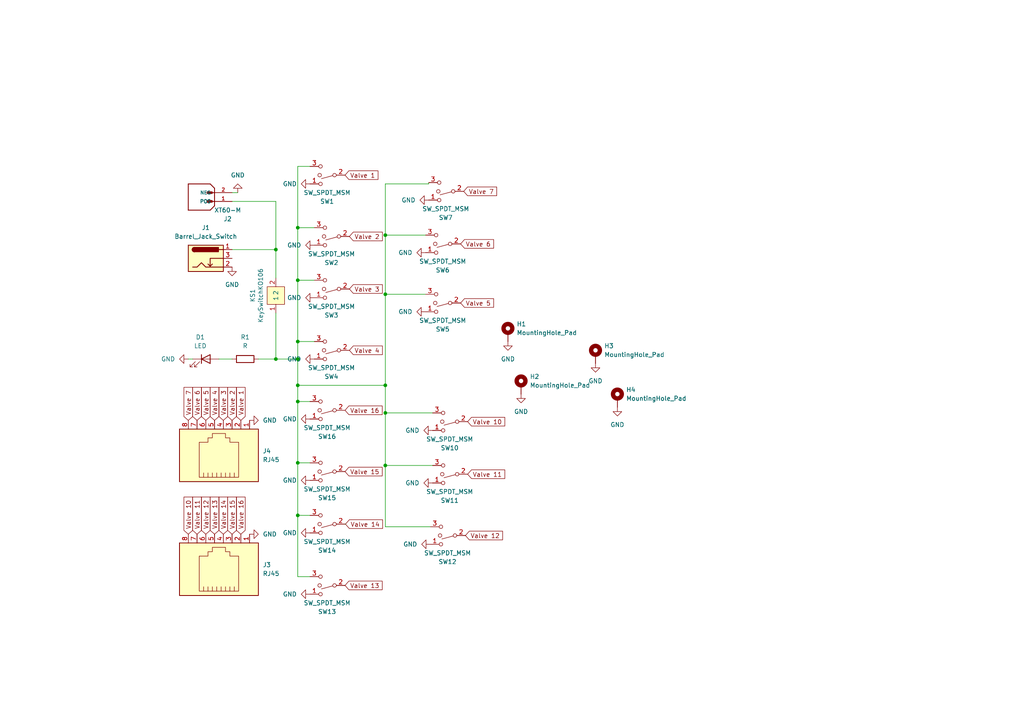
<source format=kicad_sch>
(kicad_sch (version 20211123) (generator eeschema)
  (paper "A4")
  (lib_symbols
    (symbol "Connector:Barrel_Jack_Switch" (pin_names hide)
      (property "Reference" "J" (at 0 5.334 0))
      (property "Value" "Barrel_Jack_Switch" (at 0 -5.08 0))
      (symbol "Barrel_Jack_Switch_0_1"
        (rectangle (start -5.08 3.81) (end 5.08 -3.81) (stroke (width 0.254)) (fill (type background)))
        (arc (start -3.302 3.175) (mid -3.937 2.54) (end -3.302 1.905) (stroke (width 0.254)))
        (arc (start -3.302 3.175) (mid -3.937 2.54) (end -3.302 1.905) (stroke (width 0.254)) (fill (type outline)))
        (polyline (pts (xy 1.27 -2.286) (xy 1.905 -1.651)) (stroke (width 0.254)))
        (polyline (pts (xy 5.08 2.54) (xy 3.81 2.54)) (stroke (width 0.254)))
        (polyline (pts (xy 5.08 0) (xy 1.27 0) (xy 1.27 -2.286) (xy 0.635 -1.651)) (stroke (width 0.254)))
        (polyline (pts (xy -3.81 -2.54) (xy -2.54 -2.54) (xy -1.27 -1.27) (xy 0 -2.54) (xy 2.54 -2.54) (xy 5.08 -2.54)) (stroke (width 0.254)))
        (rectangle (start 3.683 3.175) (end -3.302 1.905) (stroke (width 0.254)) (fill (type outline)))
      )
      (symbol "Barrel_Jack_Switch_1_1"
        (pin passive line (at 7.62 2.54 180) (length 2.54) (name "~") (number "1"))
        (pin passive line (at 7.62 -2.54 180) (length 2.54) (name "~") (number "2"))
        (pin passive line (at 7.62 0 180) (length 2.54) (name "~") (number "3"))
      )
    )
    (symbol "Connector:RJ45" (pin_names (offset 1.016))
      (property "Reference" "J" (at -5.08 13.97 0))
      (property "Value" "RJ45" (at 2.54 13.97 0))
      (symbol "RJ45_0_1"
        (polyline (pts (xy -5.08 4.445) (xy -6.35 4.445)))
        (polyline (pts (xy -5.08 5.715) (xy -6.35 5.715)))
        (polyline (pts (xy -6.35 -3.175) (xy -5.08 -3.175) (xy -5.08 -3.175)))
        (polyline (pts (xy -6.35 -1.905) (xy -5.08 -1.905) (xy -5.08 -1.905)))
        (polyline (pts (xy -6.35 -0.635) (xy -5.08 -0.635) (xy -5.08 -0.635)))
        (polyline (pts (xy -6.35 0.635) (xy -5.08 0.635) (xy -5.08 0.635)))
        (polyline (pts (xy -6.35 1.905) (xy -5.08 1.905) (xy -5.08 1.905)))
        (polyline (pts (xy -5.08 3.175) (xy -6.35 3.175) (xy -6.35 3.175)))
        (polyline (pts (xy -6.35 -4.445) (xy -6.35 6.985) (xy 3.81 6.985) (xy 3.81 4.445) (xy 5.08 4.445) (xy 5.08 3.175) (xy 6.35 3.175) (xy 6.35 -0.635) (xy 5.08 -0.635) (xy 5.08 -1.905) (xy 3.81 -1.905) (xy 3.81 -4.445) (xy -6.35 -4.445) (xy -6.35 -4.445)))
        (rectangle (start 7.62 12.7) (end -7.62 -10.16) (stroke (width 0.254)) (fill (type background)))
      )
      (symbol "RJ45_1_1"
        (pin passive line (at 10.16 -7.62 180) (length 2.54) (name "~") (number "1"))
        (pin passive line (at 10.16 -5.08 180) (length 2.54) (name "~") (number "2"))
        (pin passive line (at 10.16 -2.54 180) (length 2.54) (name "~") (number "3"))
        (pin passive line (at 10.16 0 180) (length 2.54) (name "~") (number "4"))
        (pin passive line (at 10.16 2.54 180) (length 2.54) (name "~") (number "5"))
        (pin passive line (at 10.16 5.08 180) (length 2.54) (name "~") (number "6"))
        (pin passive line (at 10.16 7.62 180) (length 2.54) (name "~") (number "7"))
        (pin passive line (at 10.16 10.16 180) (length 2.54) (name "~") (number "8"))
      )
    )
    (symbol "Device:LED" (pin_numbers hide) (pin_names (offset 1.016) hide)
      (property "Reference" "D" (at 0 2.54 0))
      (property "Value" "LED" (at 0 -2.54 0))
      (symbol "LED_0_1"
        (polyline (pts (xy -1.27 -1.27) (xy -1.27 1.27)) (stroke (width 0.254)))
        (polyline (pts (xy -1.27 0) (xy 1.27 0)))
        (polyline (pts (xy 1.27 -1.27) (xy 1.27 1.27) (xy -1.27 0) (xy 1.27 -1.27)) (stroke (width 0.254)))
        (polyline (pts (xy -3.048 -0.762) (xy -4.572 -2.286) (xy -3.81 -2.286) (xy -4.572 -2.286) (xy -4.572 -1.524)))
        (polyline (pts (xy -1.778 -0.762) (xy -3.302 -2.286) (xy -2.54 -2.286) (xy -3.302 -2.286) (xy -3.302 -1.524)))
      )
      (symbol "LED_1_1"
        (pin passive line (at -3.81 0 0) (length 2.54) (name "K") (number "1"))
        (pin passive line (at 3.81 0 180) (length 2.54) (name "A") (number "2"))
      )
    )
    (symbol "Device:R" (pin_numbers hide) (pin_names (offset 0))
      (property "Reference" "R" (at 2.032 0 90))
      (property "Value" "R" (at 0 0 90))
      (symbol "R_0_1"
        (rectangle (start -1.016 -2.54) (end 1.016 2.54) (stroke (width 0.254)))
      )
      (symbol "R_1_1"
        (pin passive line (at 0 3.81 270) (length 1.27) (name "~") (number "1"))
        (pin passive line (at 0 -3.81 90) (length 1.27) (name "~") (number "2"))
      )
    )
    (symbol "GND_10" (power) (pin_names (offset 0))
      (property "Value" "GND_10" (at 0 -3.81 0))
      (symbol "GND_10_0_1"
        (polyline (pts (xy 0 0) (xy 0 -1.27) (xy 1.27 -1.27) (xy 0 -2.54) (xy -1.27 -1.27) (xy 0 -1.27)))
      )
      (symbol "GND_10_1_1"
        (pin power_in line (at 0 0 270) (length 0) hide (name "GND") (number "1"))
      )
    )
    (symbol "GND_11" (power) (pin_names (offset 0))
      (property "Value" "GND_11" (at 0 -3.81 0))
      (symbol "GND_11_0_1"
        (polyline (pts (xy 0 0) (xy 0 -1.27) (xy 1.27 -1.27) (xy 0 -2.54) (xy -1.27 -1.27) (xy 0 -1.27)))
      )
      (symbol "GND_11_1_1"
        (pin power_in line (at 0 0 270) (length 0) hide (name "GND") (number "1"))
      )
    )
    (symbol "GND_12" (power) (pin_names (offset 0))
      (property "Value" "GND_12" (at 0 -3.81 0))
      (symbol "GND_12_0_1"
        (polyline (pts (xy 0 0) (xy 0 -1.27) (xy 1.27 -1.27) (xy 0 -2.54) (xy -1.27 -1.27) (xy 0 -1.27)))
      )
      (symbol "GND_12_1_1"
        (pin power_in line (at 0 0 270) (length 0) hide (name "GND") (number "1"))
      )
    )
    (symbol "GND_13" (power) (pin_names (offset 0))
      (property "Value" "GND_13" (at 0 -3.81 0))
      (symbol "GND_13_0_1"
        (polyline (pts (xy 0 0) (xy 0 -1.27) (xy 1.27 -1.27) (xy 0 -2.54) (xy -1.27 -1.27) (xy 0 -1.27)))
      )
      (symbol "GND_13_1_1"
        (pin power_in line (at 0 0 270) (length 0) hide (name "GND") (number "1"))
      )
    )
    (symbol "GND_14" (power) (pin_names (offset 0))
      (property "Value" "GND_14" (at 0 -3.81 0))
      (symbol "GND_14_0_1"
        (polyline (pts (xy 0 0) (xy 0 -1.27) (xy 1.27 -1.27) (xy 0 -2.54) (xy -1.27 -1.27) (xy 0 -1.27)))
      )
      (symbol "GND_14_1_1"
        (pin power_in line (at 0 0 270) (length 0) hide (name "GND") (number "1"))
      )
    )
    (symbol "GND_15" (power) (pin_names (offset 0))
      (property "Value" "GND_15" (at 0 -3.81 0))
      (symbol "GND_15_0_1"
        (polyline (pts (xy 0 0) (xy 0 -1.27) (xy 1.27 -1.27) (xy 0 -2.54) (xy -1.27 -1.27) (xy 0 -1.27)))
      )
      (symbol "GND_15_1_1"
        (pin power_in line (at 0 0 270) (length 0) hide (name "GND") (number "1"))
      )
    )
    (symbol "GND_17" (power) (pin_names (offset 0))
      (property "Value" "GND_17" (at 0 -3.81 0))
      (symbol "GND_17_0_1"
        (polyline (pts (xy 0 0) (xy 0 -1.27) (xy 1.27 -1.27) (xy 0 -2.54) (xy -1.27 -1.27) (xy 0 -1.27)))
      )
      (symbol "GND_17_1_1"
        (pin power_in line (at 0 0 270) (length 0) hide (name "GND") (number "1"))
      )
    )
    (symbol "GND_18" (power) (pin_names (offset 0))
      (property "Value" "GND_18" (at 0 -3.81 0))
      (symbol "GND_18_0_1"
        (polyline (pts (xy 0 0) (xy 0 -1.27) (xy 1.27 -1.27) (xy 0 -2.54) (xy -1.27 -1.27) (xy 0 -1.27)))
      )
      (symbol "GND_18_1_1"
        (pin power_in line (at 0 0 270) (length 0) hide (name "GND") (number "1"))
      )
    )
    (symbol "GND_19" (power) (pin_names (offset 0))
      (property "Value" "GND_19" (at 0 -3.81 0))
      (symbol "GND_19_0_1"
        (polyline (pts (xy 0 0) (xy 0 -1.27) (xy 1.27 -1.27) (xy 0 -2.54) (xy -1.27 -1.27) (xy 0 -1.27)))
      )
      (symbol "GND_19_1_1"
        (pin power_in line (at 0 0 270) (length 0) hide (name "GND") (number "1"))
      )
    )
    (symbol "GND_2" (power) (pin_names (offset 0))
      (property "Value" "GND_2" (at 0 -3.81 0))
      (symbol "GND_2_0_1"
        (polyline (pts (xy 0 0) (xy 0 -1.27) (xy 1.27 -1.27) (xy 0 -2.54) (xy -1.27 -1.27) (xy 0 -1.27)))
      )
      (symbol "GND_2_1_1"
        (pin power_in line (at 0 0 270) (length 0) hide (name "GND") (number "1"))
      )
    )
    (symbol "GND_20" (power) (pin_names (offset 0))
      (property "Value" "GND_20" (at 0 -3.81 0))
      (symbol "GND_20_0_1"
        (polyline (pts (xy 0 0) (xy 0 -1.27) (xy 1.27 -1.27) (xy 0 -2.54) (xy -1.27 -1.27) (xy 0 -1.27)))
      )
      (symbol "GND_20_1_1"
        (pin power_in line (at 0 0 270) (length 0) hide (name "GND") (number "1"))
      )
    )
    (symbol "GND_21" (power) (pin_names (offset 0))
      (property "Value" "GND_21" (at 0 -3.81 0))
      (symbol "GND_21_0_1"
        (polyline (pts (xy 0 0) (xy 0 -1.27) (xy 1.27 -1.27) (xy 0 -2.54) (xy -1.27 -1.27) (xy 0 -1.27)))
      )
      (symbol "GND_21_1_1"
        (pin power_in line (at 0 0 270) (length 0) hide (name "GND") (number "1"))
      )
    )
    (symbol "GND_3" (power) (pin_names (offset 0))
      (property "Value" "GND_3" (at 0 -3.81 0))
      (symbol "GND_3_0_1"
        (polyline (pts (xy 0 0) (xy 0 -1.27) (xy 1.27 -1.27) (xy 0 -2.54) (xy -1.27 -1.27) (xy 0 -1.27)))
      )
      (symbol "GND_3_1_1"
        (pin power_in line (at 0 0 270) (length 0) hide (name "GND") (number "1"))
      )
    )
    (symbol "GND_4" (power) (pin_names (offset 0))
      (property "Value" "GND_4" (at 0 -3.81 0))
      (symbol "GND_4_0_1"
        (polyline (pts (xy 0 0) (xy 0 -1.27) (xy 1.27 -1.27) (xy 0 -2.54) (xy -1.27 -1.27) (xy 0 -1.27)))
      )
      (symbol "GND_4_1_1"
        (pin power_in line (at 0 0 270) (length 0) hide (name "GND") (number "1"))
      )
    )
    (symbol "GND_5" (power) (pin_names (offset 0))
      (property "Value" "GND_5" (at 0 -3.81 0))
      (symbol "GND_5_0_1"
        (polyline (pts (xy 0 0) (xy 0 -1.27) (xy 1.27 -1.27) (xy 0 -2.54) (xy -1.27 -1.27) (xy 0 -1.27)))
      )
      (symbol "GND_5_1_1"
        (pin power_in line (at 0 0 270) (length 0) hide (name "GND") (number "1"))
      )
    )
    (symbol "GND_6" (power) (pin_names (offset 0))
      (property "Value" "GND_6" (at 0 -3.81 0))
      (symbol "GND_6_0_1"
        (polyline (pts (xy 0 0) (xy 0 -1.27) (xy 1.27 -1.27) (xy 0 -2.54) (xy -1.27 -1.27) (xy 0 -1.27)))
      )
      (symbol "GND_6_1_1"
        (pin power_in line (at 0 0 270) (length 0) hide (name "GND") (number "1"))
      )
    )
    (symbol "GND_7" (power) (pin_names (offset 0))
      (property "Value" "GND_7" (at 0 -3.81 0))
      (symbol "GND_7_0_1"
        (polyline (pts (xy 0 0) (xy 0 -1.27) (xy 1.27 -1.27) (xy 0 -2.54) (xy -1.27 -1.27) (xy 0 -1.27)))
      )
      (symbol "GND_7_1_1"
        (pin power_in line (at 0 0 270) (length 0) hide (name "GND") (number "1"))
      )
    )
    (symbol "GND_8" (power) (pin_names (offset 0))
      (property "Value" "GND_8" (at 0 -3.81 0))
      (symbol "GND_8_0_1"
        (polyline (pts (xy 0 0) (xy 0 -1.27) (xy 1.27 -1.27) (xy 0 -2.54) (xy -1.27 -1.27) (xy 0 -1.27)))
      )
      (symbol "GND_8_1_1"
        (pin power_in line (at 0 0 270) (length 0) hide (name "GND") (number "1"))
      )
    )
    (symbol "GND_9" (power) (pin_names (offset 0))
      (property "Value" "GND_9" (at 0 -3.81 0))
      (symbol "GND_9_0_1"
        (polyline (pts (xy 0 0) (xy 0 -1.27) (xy 1.27 -1.27) (xy 0 -2.54) (xy -1.27 -1.27) (xy 0 -1.27)))
      )
      (symbol "GND_9_1_1"
        (pin power_in line (at 0 0 270) (length 0) hide (name "GND") (number "1"))
      )
    )
    (symbol "Launchbox:KeySwitchKO106" (pin_names (offset 1.016))
      (property "Reference" "KS" (at 0 5.08 0))
      (property "Value" "KeySwitchKO106" (at 0 -5.08 0))
      (symbol "KeySwitchKO106_0_1"
        (rectangle (start -2.54 2.54) (end 2.54 -2.54) (fill (type background)))
      )
      (symbol "KeySwitchKO106_1_1"
        (pin passive line (at -5.08 0 0) (length 2.54) (name "1") (number "1"))
        (pin passive line (at 5.08 0 180) (length 2.54) (name "2") (number "2"))
      )
    )
    (symbol "LaunchboxPCBLib:XT60-M" (pin_names (offset 1.016))
      (property "Reference" "J2" (at -3.81 7.62 0))
      (property "Value" "XT60-M" (at -3.81 5.08 0))
      (symbol "XT60-M_0_0"
        (polyline (pts (xy 0 -1.27) (xy 1.27 -2.54)) (stroke (width 0.254)))
        (polyline (pts (xy 0 0) (xy 1.905 0)) (stroke (width 0.254)))
        (polyline (pts (xy 0 2.54) (xy 0 -1.27)) (stroke (width 0.254)))
        (polyline (pts (xy 0 2.54) (xy 1.905 2.54)) (stroke (width 0.254)))
        (polyline (pts (xy 0 3.81) (xy 0 2.54)) (stroke (width 0.254)))
        (polyline (pts (xy 0 3.81) (xy 1.27 5.08)) (stroke (width 0.254)))
        (polyline (pts (xy 1.27 -2.54) (xy 7.62 -2.54)) (stroke (width 0.254)))
        (polyline (pts (xy 7.62 -2.54) (xy 7.62 5.08)) (stroke (width 0.254)))
        (polyline (pts (xy 7.62 5.08) (xy 1.27 5.08)) (stroke (width 0.254)))
        (rectangle (start 0.635 -0.3175) (end 2.2225 0.3175) (stroke (width 0.1)) (fill (type outline)))
        (rectangle (start 0.635 2.2225) (end 2.2225 2.8575) (stroke (width 0.1)) (fill (type outline)))
        (pin passive line (at -5.08 2.54 0) (length 5.08) (name "POS") (number "1"))
        (pin passive line (at -5.08 0 0) (length 5.08) (name "NEG") (number "2"))
      )
    )
    (symbol "Mechanical:MountingHole_Pad" (pin_numbers hide) (pin_names (offset 1.016) hide)
      (property "Reference" "H" (at 0 6.35 0))
      (property "Value" "MountingHole_Pad" (at 0 4.445 0))
      (symbol "MountingHole_Pad_0_1"
        (circle (center 0 1.27) (radius 1.27) (stroke (width 1.27)))
      )
      (symbol "MountingHole_Pad_1_1"
        (pin input line (at 0 -2.54 90) (length 2.54) (name "1") (number "1"))
      )
    )
    (symbol "Switch:SW_SPDT_MSM" (pin_names (offset 0) hide)
      (property "Reference" "SW" (at 0 5.08 0))
      (property "Value" "SW_SPDT_MSM" (at 0 -5.08 0))
      (symbol "SW_SPDT_MSM_0_0"
        (circle (center -2.032 0) (radius 0.508))
        (polyline (pts (xy -1.524 0.127) (xy 1.778 1.016)))
        (circle (center 2.032 -2.54) (radius 0.508))
      )
      (symbol "SW_SPDT_MSM_0_1"
        (circle (center 2.032 2.54) (radius 0.508))
        (circle (center 2.286 0) (radius 0.508))
      )
      (symbol "SW_SPDT_MSM_1_1"
        (pin passive line (at 5.08 2.54 180) (length 2.54) (name "1") (number "1"))
        (pin passive line (at -5.08 0 0) (length 2.54) (name "2") (number "2"))
        (pin passive line (at 5.08 -2.54 180) (length 2.54) (name "3") (number "3"))
      )
    )
    (symbol "power:GND" (power) (pin_names (offset 0))
      (property "Value" "GND" (at 0 -3.81 0))
      (symbol "GND_0_1"
        (polyline (pts (xy 0 0) (xy 0 -1.27) (xy 1.27 -1.27) (xy 0 -2.54) (xy -1.27 -1.27) (xy 0 -1.27)))
      )
      (symbol "GND_1_1"
        (pin power_in line (at 0 0 270) (length 0) hide (name "GND") (number "1"))
      )
    )
  )
  (junction (at 80.01 72.39))
  (junction (at 86.36 99.06))
  (junction (at 86.36 116.459))
  (junction (at 111.76 68.199))
  (junction (at 111.76 119.761))
  (junction (at 86.36 111.76))
  (junction (at 80.01 104.14))
  (junction (at 86.36 81.28))
  (junction (at 86.36 134.239))
  (junction (at 111.76 85.344))
  (junction (at 111.76 135.001))
  (junction (at 86.36 104.14))
  (junction (at 111.76 111.76))
  (junction (at 86.36 149.479))
  (junction (at 86.36 66.04))
  (wire (pts (xy 111.76 119.761) (xy 111.76 135.001)))
  (wire (pts (xy 91.186 66.04) (xy 86.36 66.04)))
  (wire (pts (xy 86.36 167.259) (xy 89.916 167.259)))
  (wire (pts (xy 111.76 135.001) (xy 111.76 152.781)))
  (wire (pts (xy 111.76 111.76) (xy 111.76 119.761)))
  (wire (pts (xy 111.76 68.199) (xy 111.76 85.344)))
  (wire (pts (xy 86.36 149.479) (xy 86.36 167.259)))
  (wire (pts (xy 67.31 72.39) (xy 80.01 72.39)))
  (wire (pts (xy 111.76 53.34) (xy 124.333 53.34)))
  (wire (pts (xy 124.333 53.34) (xy 124.333 52.959)))
  (wire (pts (xy 74.93 104.14) (xy 80.01 104.14)))
  (wire (pts (xy 86.36 66.04) (xy 86.36 81.28)))
  (wire (pts (xy 111.76 152.781) (xy 124.841 152.781)))
  (wire (pts (xy 86.36 134.239) (xy 89.916 134.239)))
  (wire (pts (xy 86.36 104.14) (xy 86.36 111.76)))
  (wire (pts (xy 86.36 99.06) (xy 86.36 104.14)))
  (wire (pts (xy 111.76 53.34) (xy 111.76 68.199)))
  (wire (pts (xy 80.01 72.39) (xy 80.01 58.42)))
  (wire (pts (xy 86.36 134.239) (xy 86.36 149.479)))
  (wire (pts (xy 91.186 81.28) (xy 86.36 81.28)))
  (wire (pts (xy 80.01 104.14) (xy 86.36 104.14)))
  (wire (pts (xy 89.916 48.26) (xy 86.36 48.26)))
  (wire (pts (xy 54.61 104.14) (xy 55.88 104.14)))
  (wire (pts (xy 125.476 119.761) (xy 111.76 119.761)))
  (wire (pts (xy 67.31 58.42) (xy 80.01 58.42)))
  (wire (pts (xy 111.76 85.344) (xy 111.76 111.76)))
  (wire (pts (xy 86.36 111.76) (xy 86.36 116.459)))
  (wire (pts (xy 89.916 149.479) (xy 86.36 149.479)))
  (wire (pts (xy 111.76 85.344) (xy 123.444 85.344)))
  (wire (pts (xy 80.01 90.805) (xy 80.01 104.14)))
  (wire (pts (xy 63.5 104.14) (xy 67.31 104.14)))
  (wire (pts (xy 111.76 68.199) (xy 123.444 68.199)))
  (wire (pts (xy 100.203 152.019) (xy 100.076 152.019)))
  (wire (pts (xy 125.476 135.001) (xy 111.76 135.001)))
  (wire (pts (xy 86.36 48.26) (xy 86.36 66.04)))
  (wire (pts (xy 86.36 111.76) (xy 111.76 111.76)))
  (wire (pts (xy 91.186 99.06) (xy 86.36 99.06)))
  (wire (pts (xy 80.01 72.39) (xy 80.01 80.645)))
  (wire (pts (xy 86.36 116.459) (xy 86.36 134.239)))
  (wire (pts (xy 86.36 116.459) (xy 89.916 116.459)))
  (wire (pts (xy 68.961 55.88) (xy 67.31 55.88)))
  (wire (pts (xy 86.36 81.28) (xy 86.36 99.06)))
  (global_label "Valve 13" (shape input) (at 62.23 154.94 90) (property "Intersheet References" "${INTERSHEET_REFS}" (effects hide)))
  (global_label "Valve 2" (shape input) (at 101.346 68.58 0) (property "Intersheet References" "${INTERSHEET_REFS}" (effects hide)))
  (global_label "Valve 11" (shape input) (at 135.636 137.541 0) (property "Intersheet References" "${INTERSHEET_REFS}" (effects hide)))
  (global_label "Valve 15" (shape input) (at 67.31 154.94 90) (property "Intersheet References" "${INTERSHEET_REFS}" (effects hide)))
  (global_label "Valve 7" (shape input) (at 134.493 55.499 0) (property "Intersheet References" "${INTERSHEET_REFS}" (effects hide)))
  (global_label "Valve 4" (shape input) (at 62.23 121.92 90) (property "Intersheet References" "${INTERSHEET_REFS}" (effects hide)))
  (global_label "Valve 3" (shape input) (at 64.77 121.92 90) (property "Intersheet References" "${INTERSHEET_REFS}" (effects hide)))
  (global_label "Valve 13" (shape input) (at 100.076 169.799 0) (property "Intersheet References" "${INTERSHEET_REFS}" (effects hide)))
  (global_label "Valve 15" (shape input) (at 100.076 136.779 0) (property "Intersheet References" "${INTERSHEET_REFS}" (effects hide)))
  (global_label "Valve 5" (shape input) (at 133.604 87.884 0) (property "Intersheet References" "${INTERSHEET_REFS}" (effects hide)))
  (global_label "Valve 16" (shape input) (at 69.85 154.94 90) (property "Intersheet References" "${INTERSHEET_REFS}" (effects hide)))
  (global_label "Valve 1" (shape input) (at 100.076 50.8 0) (property "Intersheet References" "${INTERSHEET_REFS}" (effects hide)))
  (global_label "Valve 5" (shape input) (at 59.69 121.92 90) (property "Intersheet References" "${INTERSHEET_REFS}" (effects hide)))
  (global_label "Valve 14" (shape input) (at 64.77 154.94 90) (property "Intersheet References" "${INTERSHEET_REFS}" (effects hide)))
  (global_label "Valve 11" (shape input) (at 57.15 154.94 90) (property "Intersheet References" "${INTERSHEET_REFS}" (effects hide)))
  (global_label "Valve 7" (shape input) (at 54.61 121.92 90) (property "Intersheet References" "${INTERSHEET_REFS}" (effects hide)))
  (global_label "Valve 14" (shape input) (at 100.203 152.019 0) (property "Intersheet References" "${INTERSHEET_REFS}" (effects hide)))
  (global_label "Valve 12" (shape input) (at 59.69 154.94 90) (property "Intersheet References" "${INTERSHEET_REFS}" (effects hide)))
  (global_label "Valve 12" (shape input) (at 135.001 155.321 0) (property "Intersheet References" "${INTERSHEET_REFS}" (effects hide)))
  (global_label "Valve 10" (shape input) (at 54.61 154.94 90) (property "Intersheet References" "${INTERSHEET_REFS}" (effects hide)))
  (global_label "Valve 3" (shape input) (at 101.346 83.82 0) (property "Intersheet References" "${INTERSHEET_REFS}" (effects hide)))
  (global_label "Valve 10" (shape input) (at 135.636 122.301 0) (property "Intersheet References" "${INTERSHEET_REFS}" (effects hide)))
  (global_label "Valve 16" (shape input) (at 100.076 118.999 0) (property "Intersheet References" "${INTERSHEET_REFS}" (effects hide)))
  (global_label "Valve 1" (shape input) (at 69.85 121.92 90) (property "Intersheet References" "${INTERSHEET_REFS}" (effects hide)))
  (global_label "Valve 2" (shape input) (at 67.31 121.92 90) (property "Intersheet References" "${INTERSHEET_REFS}" (effects hide)))
  (global_label "Valve 6" (shape input) (at 133.604 70.739 0) (property "Intersheet References" "${INTERSHEET_REFS}" (effects hide)))
  (global_label "Valve 4" (shape input) (at 101.346 101.6 0) (property "Intersheet References" "${INTERSHEET_REFS}" (effects hide)))
  (global_label "Valve 6" (shape input) (at 57.15 121.92 90) (property "Intersheet References" "${INTERSHEET_REFS}" (effects hide)))
  (symbol (lib_id "Switch:SW_SPDT_MSM") (at 94.996 152.019 180) (unit 1)
    (property "Reference" "SW14" (at 94.869 159.639 0))
    (property "Value" "SW_SPDT_MSM" (at 94.869 157.099 0))
    (property "Footprint" "Launchbox:SPDT_Slide_Switch" (effects hide))
  )
  (symbol (lib_name "GND_18") (lib_id "power:GND") (at 89.916 53.34 270) (unit 1)
    (property "Reference" "#PWR0114" (effects hide))
    (property "Value" "GND" (at 86.106 53.3401 90) (effects (justify right)))
  )
  (symbol (lib_id "Switch:SW_SPDT_MSM") (at 128.524 70.739 180) (unit 1)
    (property "Reference" "SW6" (at 128.397 78.359 0))
    (property "Value" "SW_SPDT_MSM" (at 128.397 75.819 0))
    (property "Footprint" "Launchbox:SPDT_Slide_Switch" (effects hide))
  )
  (symbol (lib_name "GND_17") (lib_id "power:GND") (at 124.333 58.039 270) (unit 1)
    (property "Reference" "#PWR0105" (effects hide))
    (property "Value" "GND" (at 120.523 58.0391 90) (effects (justify right)))
  )
  (symbol (lib_id "Device:LED") (at 59.69 104.14 0) (unit 1)
    (property "Reference" "D1" (at 58.1025 97.79 0))
    (property "Value" "LED" (at 58.1025 100.33 0))
    (property "Footprint" "LED_THT:LED_D5.0mm" (effects hide))
  )
  (symbol (lib_id "Switch:SW_SPDT_MSM") (at 96.266 83.82 180) (unit 1)
    (property "Reference" "SW3" (at 96.139 91.44 0))
    (property "Value" "SW_SPDT_MSM" (at 96.139 88.9 0))
    (property "Footprint" "Launchbox:SPDT_Slide_Switch" (effects hide))
  )
  (symbol (lib_id "Switch:SW_SPDT_MSM") (at 129.921 155.321 180) (unit 1)
    (property "Reference" "SW12" (at 129.794 162.941 0))
    (property "Value" "SW_SPDT_MSM" (at 129.794 160.401 0))
    (property "Footprint" "Launchbox:SPDT_Slide_Switch" (effects hide))
  )
  (symbol (lib_id "Switch:SW_SPDT_MSM") (at 96.266 101.6 180) (unit 1)
    (property "Reference" "SW4" (at 96.139 109.22 0))
    (property "Value" "SW_SPDT_MSM" (at 96.139 106.68 0))
    (property "Footprint" "Launchbox:SPDT_Slide_Switch" (effects hide))
  )
  (symbol (lib_name "GND_8") (lib_id "power:GND") (at 68.961 55.88 180) (unit 1)
    (property "Reference" "#PWR04" (effects hide))
    (property "Value" "GND" (at 68.961 50.8 0))
  )
  (symbol (lib_id "Switch:SW_SPDT_MSM") (at 94.996 50.8 180) (unit 1)
    (property "Reference" "SW1" (at 94.869 58.42 0))
    (property "Value" "SW_SPDT_MSM" (at 94.869 55.88 0))
    (property "Footprint" "Launchbox:SPDT_Slide_Switch" (effects hide))
  )
  (symbol (lib_name "GND_2") (lib_id "power:GND") (at 54.61 104.14 270) (unit 1)
    (property "Reference" "#PWR01" (effects hide))
    (property "Value" "GND" (at 50.8 104.1399 90) (effects (justify right)))
  )
  (symbol (lib_name "GND_12") (lib_id "power:GND") (at 89.916 121.539 270) (unit 1)
    (property "Reference" "#PWR0109" (effects hide))
    (property "Value" "GND" (at 86.106 121.5391 90) (effects (justify right)))
  )
  (symbol (lib_name "GND_11") (lib_id "power:GND") (at 89.916 139.319 270) (unit 1)
    (property "Reference" "#PWR0111" (effects hide))
    (property "Value" "GND" (at 86.106 139.3191 90) (effects (justify right)))
  )
  (symbol (lib_name "GND_15") (lib_id "power:GND") (at 89.916 154.559 270) (unit 1)
    (property "Reference" "#PWR0110" (effects hide))
    (property "Value" "GND" (at 86.106 154.5591 90) (effects (justify right)))
  )
  (symbol (lib_name "GND_5") (lib_id "power:GND") (at 67.31 77.47 0) (unit 1)
    (property "Reference" "#PWR02" (effects hide))
    (property "Value" "GND" (at 67.31 82.55 0))
  )
  (symbol (lib_name "GND_14") (lib_id "power:GND") (at 124.841 157.861 270) (unit 1)
    (property "Reference" "#PWR0102" (effects hide))
    (property "Value" "GND" (at 121.031 157.8611 90) (effects (justify right)))
  )
  (symbol (lib_id "Connector:RJ45") (at 64.77 132.08 90) (unit 1)
    (property "Reference" "J4" (at 76.2 130.8099 90) (effects (justify right)))
    (property "Value" "RJ45" (at 76.2 133.3499 90) (effects (justify right)))
    (property "Footprint" "Connector_RJ:RJ45_Amphenol_54602-x08_Horizontal" (effects hide))
  )
  (symbol (lib_id "Switch:SW_SPDT_MSM") (at 94.996 136.779 180) (unit 1)
    (property "Reference" "SW15" (at 94.869 144.399 0))
    (property "Value" "SW_SPDT_MSM" (at 94.869 141.859 0))
    (property "Footprint" "Launchbox:SPDT_Slide_Switch" (effects hide))
  )
  (symbol (lib_id "Mechanical:MountingHole_Pad") (at 172.72 102.87 0) (unit 1)
    (property "Reference" "H3" (at 175.26 100.3299 0) (effects (justify left)))
    (property "Value" "MountingHole_Pad" (at 175.26 102.8699 0) (effects (justify left)))
    (property "Footprint" "MountingHole:MountingHole_2.5mm_Pad" (effects hide))
  )
  (symbol (lib_id "Switch:SW_SPDT_MSM") (at 128.524 87.884 180) (unit 1)
    (property "Reference" "SW5" (at 128.397 95.504 0))
    (property "Value" "SW_SPDT_MSM" (at 128.397 92.964 0))
    (property "Footprint" "Launchbox:SPDT_Slide_Switch" (effects hide))
  )
  (symbol (lib_id "Switch:SW_SPDT_MSM") (at 96.266 68.58 180) (unit 1)
    (property "Reference" "SW2" (at 96.139 76.2 0))
    (property "Value" "SW_SPDT_MSM" (at 96.139 73.66 0))
    (property "Footprint" "Launchbox:SPDT_Slide_Switch" (effects hide))
  )
  (symbol (lib_name "GND_4") (lib_id "power:GND") (at 72.39 121.92 90) (unit 1)
    (property "Reference" "#PWR0116" (effects hide))
    (property "Value" "GND" (at 76.2 121.9199 90) (effects (justify right)))
  )
  (symbol (lib_id "Switch:SW_SPDT_MSM") (at 129.413 55.499 180) (unit 1)
    (property "Reference" "SW7" (at 129.286 63.119 0))
    (property "Value" "SW_SPDT_MSM" (at 129.286 60.579 0))
    (property "Footprint" "Launchbox:SPDT_Slide_Switch" (effects hide))
  )
  (symbol (lib_id "Connector:Barrel_Jack_Switch") (at 59.69 74.93 0) (unit 1)
    (property "Reference" "J1" (at 59.69 66.04 0))
    (property "Value" "Barrel_Jack_Switch" (at 59.69 68.58 0))
    (property "Footprint" "Connector_BarrelJack:BarrelJack_CUI_PJ-102AH_Horizontal" (effects hide))
  )
  (symbol (lib_name "GND_9") (lib_id "power:GND") (at 89.916 172.339 270) (unit 1)
    (property "Reference" "#PWR0113" (effects hide))
    (property "Value" "GND" (at 86.106 172.3391 90) (effects (justify right)))
  )
  (symbol (lib_name "GND_6") (lib_id "power:GND") (at 91.186 104.14 270) (unit 1)
    (property "Reference" "#PWR0101" (effects hide))
    (property "Value" "GND" (at 87.376 104.1401 90) (effects (justify right)))
  )
  (symbol (lib_name "GND_6") (lib_id "power:GND") (at 91.186 86.36 270) (unit 1)
    (property "Reference" "#PWR0104" (effects hide))
    (property "Value" "GND" (at 87.376 86.3601 90) (effects (justify right)))
  )
  (symbol (lib_id "Switch:SW_SPDT_MSM") (at 130.556 137.541 180) (unit 1)
    (property "Reference" "SW11" (at 130.429 145.161 0))
    (property "Value" "SW_SPDT_MSM" (at 130.429 142.621 0))
    (property "Footprint" "Launchbox:SPDT_Slide_Switch" (effects hide))
  )
  (symbol (lib_id "Switch:SW_SPDT_MSM") (at 130.556 122.301 180) (unit 1)
    (property "Reference" "SW10" (at 130.429 129.921 0))
    (property "Value" "SW_SPDT_MSM" (at 130.429 127.381 0))
    (property "Footprint" "Launchbox:SPDT_Slide_Switch" (effects hide))
  )
  (symbol (lib_id "Launchbox:KeySwitchKO106") (at 80.01 85.725 90) (unit 1)
    (property "Reference" "KS1" (at 73.279 85.725 0))
    (property "Value" "KeySwitchKO106" (at 75.5904 85.725 0))
    (property "Footprint" "Launchbox:KeySwitchKO106" (effects hide))
  )
  (symbol (lib_id "Switch:SW_SPDT_MSM") (at 94.996 118.999 180) (unit 1)
    (property "Reference" "SW16" (at 94.869 126.619 0))
    (property "Value" "SW_SPDT_MSM" (at 94.869 124.079 0))
    (property "Footprint" "Launchbox:SPDT_Slide_Switch" (effects hide))
  )
  (symbol (lib_id "Mechanical:MountingHole_Pad") (at 179.07 115.57 0) (unit 1)
    (property "Reference" "H4" (at 181.61 113.0299 0) (effects (justify left)))
    (property "Value" "MountingHole_Pad" (at 181.61 115.5699 0) (effects (justify left)))
    (property "Footprint" "MountingHole:MountingHole_2.5mm_Pad" (effects hide))
  )
  (symbol (lib_id "Connector:RJ45") (at 64.77 165.1 90) (unit 1)
    (property "Reference" "J3" (at 76.2 163.8299 90) (effects (justify right)))
    (property "Value" "RJ45" (at 76.2 166.3699 90) (effects (justify right)))
    (property "Footprint" "Connector_RJ:RJ45_Amphenol_54602-x08_Horizontal" (effects hide))
  )
  (symbol (lib_name "GND_13") (lib_id "power:GND") (at 125.476 140.081 270) (unit 1)
    (property "Reference" "#PWR0112" (effects hide))
    (property "Value" "GND" (at 121.666 140.0811 90) (effects (justify right)))
  )
  (symbol (lib_id "power:GND") (at 172.72 105.41 0) (unit 1)
    (property "Reference" "#PWR0118" (effects hide))
    (property "Value" "GND" (at 172.72 110.49 0))
  )
  (symbol (lib_id "LaunchboxPCBLib:XT60-M") (at 62.23 55.88 180) (unit 1)
    (property "Reference" "J2" (at 66.04 63.5 0))
    (property "Value" "XT60-M" (at 66.04 60.96 0))
    (property "Footprint" "Connector_AMASS:AMASS_XT60-M_1x02_P7.20mm_Vertical" (effects hide))
  )
  (symbol (lib_name "GND_10") (lib_id "power:GND") (at 125.476 124.841 270) (unit 1)
    (property "Reference" "#PWR0108" (effects hide))
    (property "Value" "GND" (at 121.666 124.8411 90) (effects (justify right)))
  )
  (symbol (lib_id "power:GND") (at 123.444 90.424 270) (unit 1)
    (property "Reference" "#PWR0106" (effects hide))
    (property "Value" "GND" (at 119.634 90.4241 90) (effects (justify right)))
  )
  (symbol (lib_name "GND_7") (lib_id "power:GND") (at 91.186 71.12 270) (unit 1)
    (property "Reference" "#PWR0103" (effects hide))
    (property "Value" "GND" (at 87.376 71.1201 90) (effects (justify right)))
  )
  (symbol (lib_id "Mechanical:MountingHole_Pad") (at 147.32 96.52 0) (unit 1)
    (property "Reference" "H1" (at 149.86 93.9799 0) (effects (justify left)))
    (property "Value" "MountingHole_Pad" (at 149.86 96.5199 0) (effects (justify left)))
    (property "Footprint" "MountingHole:MountingHole_2.5mm_Pad" (effects hide))
  )
  (symbol (lib_id "Mechanical:MountingHole_Pad") (at 151.13 111.76 0) (unit 1)
    (property "Reference" "H2" (at 153.67 109.2199 0) (effects (justify left)))
    (property "Value" "MountingHole_Pad" (at 153.67 111.7599 0) (effects (justify left)))
    (property "Footprint" "MountingHole:MountingHole_2.5mm_Pad" (effects hide))
  )
  (symbol (lib_id "Device:R") (at 71.12 104.14 270) (unit 1)
    (property "Reference" "R1" (at 71.12 97.79 90))
    (property "Value" "R" (at 71.12 100.33 90))
    (property "Footprint" "Resistor_THT:R_Axial_DIN0207_L6.3mm_D2.5mm_P7.62mm_Horizontal" (effects hide))
  )
  (symbol (lib_name "GND_3") (lib_id "power:GND") (at 72.39 154.94 90) (unit 1)
    (property "Reference" "#PWR0115" (effects hide))
    (property "Value" "GND" (at 76.2 154.9399 90) (effects (justify right)))
  )
  (symbol (lib_id "power:GND") (at 179.07 118.11 0) (unit 1)
    (property "Reference" "#PWR0120" (effects hide))
    (property "Value" "GND" (at 179.07 123.19 0))
  )
  (symbol (lib_id "Switch:SW_SPDT_MSM") (at 94.996 169.799 180) (unit 1)
    (property "Reference" "SW13" (at 94.869 177.419 0))
    (property "Value" "SW_SPDT_MSM" (at 94.869 174.879 0))
    (property "Footprint" "Launchbox:SPDT_Slide_Switch" (effects hide))
  )
  (symbol (lib_name "GND_21") (lib_id "power:GND") (at 123.444 73.279 270) (unit 1)
    (property "Reference" "#PWR0107" (effects hide))
    (property "Value" "GND" (at 119.634 73.2791 90) (effects (justify right)))
  )
  (symbol (lib_name "GND_19") (lib_id "power:GND") (at 147.32 99.06 0) (unit 1)
    (property "Reference" "#PWR0117" (effects hide))
    (property "Value" "GND" (at 147.32 104.14 0))
  )
  (symbol (lib_name "GND_20") (lib_id "power:GND") (at 151.13 114.3 0) (unit 1)
    (property "Reference" "#PWR0119" (effects hide))
    (property "Value" "GND" (at 151.13 119.38 0))
  )
)
</source>
